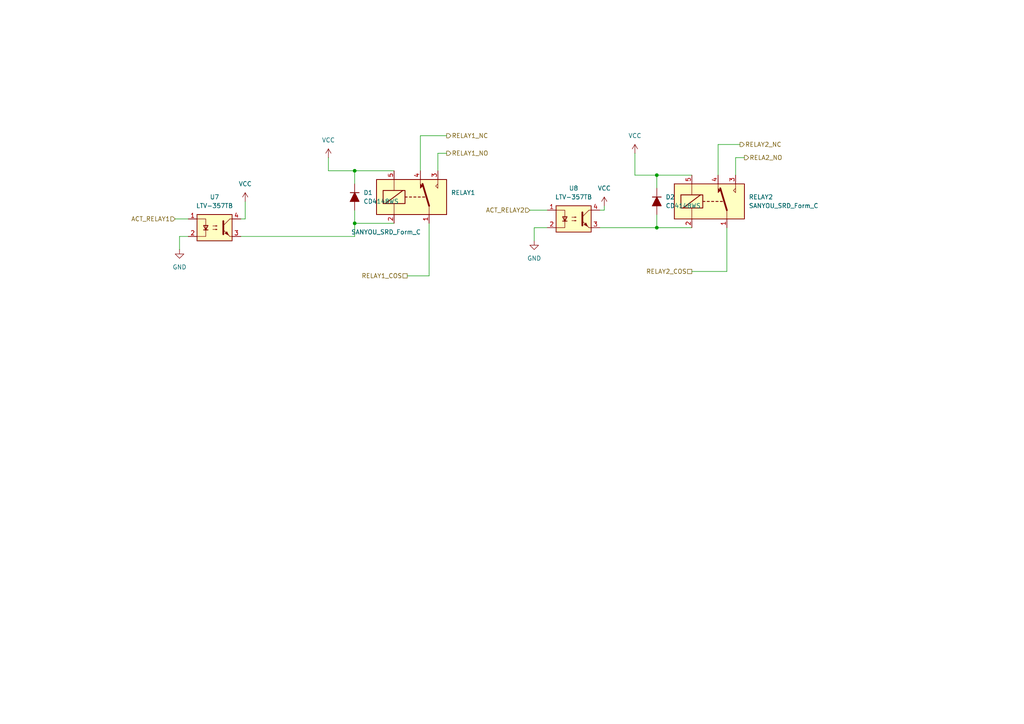
<source format=kicad_sch>
(kicad_sch
	(version 20250114)
	(generator "eeschema")
	(generator_version "9.0")
	(uuid "995e8493-98d8-4855-9553-8bef7e6a6ce8")
	(paper "A4")
	(lib_symbols
		(symbol "Isolator:LTV-357T"
			(pin_names
				(offset 1.016)
			)
			(exclude_from_sim no)
			(in_bom yes)
			(on_board yes)
			(property "Reference" "U"
				(at -5.334 4.826 0)
				(effects
					(font
						(size 1.27 1.27)
					)
					(justify left)
				)
			)
			(property "Value" "LTV-357T"
				(at 0 5.08 0)
				(effects
					(font
						(size 1.27 1.27)
					)
					(justify left)
				)
			)
			(property "Footprint" "Package_SO:SO-4_4.4x3.6mm_P2.54mm"
				(at -5.08 -5.08 0)
				(effects
					(font
						(size 1.27 1.27)
						(italic yes)
					)
					(justify left)
					(hide yes)
				)
			)
			(property "Datasheet" "https://www.buerklin.com/medias/sys_master/download/download/h91/ha0/8892020588574.pdf"
				(at 0 0 0)
				(effects
					(font
						(size 1.27 1.27)
					)
					(justify left)
					(hide yes)
				)
			)
			(property "Description" "DC Optocoupler, Vce 35V, CTR 50%, SO-4"
				(at 0 0 0)
				(effects
					(font
						(size 1.27 1.27)
					)
					(hide yes)
				)
			)
			(property "ki_keywords" "NPN DC Optocoupler"
				(at 0 0 0)
				(effects
					(font
						(size 1.27 1.27)
					)
					(hide yes)
				)
			)
			(property "ki_fp_filters" "SO*4.4x3.6mm*P2.54mm*"
				(at 0 0 0)
				(effects
					(font
						(size 1.27 1.27)
					)
					(hide yes)
				)
			)
			(symbol "LTV-357T_0_1"
				(rectangle
					(start -5.08 3.81)
					(end 5.08 -3.81)
					(stroke
						(width 0.254)
						(type default)
					)
					(fill
						(type background)
					)
				)
				(polyline
					(pts
						(xy -5.08 2.54) (xy -2.54 2.54) (xy -2.54 -0.762)
					)
					(stroke
						(width 0)
						(type default)
					)
					(fill
						(type none)
					)
				)
				(polyline
					(pts
						(xy -3.175 -0.635) (xy -1.905 -0.635)
					)
					(stroke
						(width 0.254)
						(type default)
					)
					(fill
						(type none)
					)
				)
				(polyline
					(pts
						(xy -2.54 -0.635) (xy -2.54 -2.54) (xy -5.08 -2.54)
					)
					(stroke
						(width 0)
						(type default)
					)
					(fill
						(type none)
					)
				)
				(polyline
					(pts
						(xy -2.54 -0.635) (xy -3.175 0.635) (xy -1.905 0.635) (xy -2.54 -0.635)
					)
					(stroke
						(width 0.254)
						(type default)
					)
					(fill
						(type none)
					)
				)
				(polyline
					(pts
						(xy -0.508 0.508) (xy 0.762 0.508) (xy 0.381 0.381) (xy 0.381 0.635) (xy 0.762 0.508)
					)
					(stroke
						(width 0)
						(type default)
					)
					(fill
						(type none)
					)
				)
				(polyline
					(pts
						(xy -0.508 -0.508) (xy 0.762 -0.508) (xy 0.381 -0.635) (xy 0.381 -0.381) (xy 0.762 -0.508)
					)
					(stroke
						(width 0)
						(type default)
					)
					(fill
						(type none)
					)
				)
				(polyline
					(pts
						(xy 2.54 1.905) (xy 2.54 -1.905) (xy 2.54 -1.905)
					)
					(stroke
						(width 0.508)
						(type default)
					)
					(fill
						(type none)
					)
				)
				(polyline
					(pts
						(xy 2.54 0.635) (xy 4.445 2.54)
					)
					(stroke
						(width 0)
						(type default)
					)
					(fill
						(type none)
					)
				)
				(polyline
					(pts
						(xy 3.048 -1.651) (xy 3.556 -1.143) (xy 4.064 -2.159) (xy 3.048 -1.651) (xy 3.048 -1.651)
					)
					(stroke
						(width 0)
						(type default)
					)
					(fill
						(type outline)
					)
				)
				(polyline
					(pts
						(xy 4.445 2.54) (xy 5.08 2.54)
					)
					(stroke
						(width 0)
						(type default)
					)
					(fill
						(type none)
					)
				)
				(polyline
					(pts
						(xy 4.445 -2.54) (xy 2.54 -0.635)
					)
					(stroke
						(width 0)
						(type default)
					)
					(fill
						(type outline)
					)
				)
				(polyline
					(pts
						(xy 4.445 -2.54) (xy 5.08 -2.54)
					)
					(stroke
						(width 0)
						(type default)
					)
					(fill
						(type none)
					)
				)
			)
			(symbol "LTV-357T_1_1"
				(pin passive line
					(at -7.62 2.54 0)
					(length 2.54)
					(name "~"
						(effects
							(font
								(size 1.27 1.27)
							)
						)
					)
					(number "1"
						(effects
							(font
								(size 1.27 1.27)
							)
						)
					)
				)
				(pin passive line
					(at -7.62 -2.54 0)
					(length 2.54)
					(name "~"
						(effects
							(font
								(size 1.27 1.27)
							)
						)
					)
					(number "2"
						(effects
							(font
								(size 1.27 1.27)
							)
						)
					)
				)
				(pin passive line
					(at 7.62 2.54 180)
					(length 2.54)
					(name "~"
						(effects
							(font
								(size 1.27 1.27)
							)
						)
					)
					(number "4"
						(effects
							(font
								(size 1.27 1.27)
							)
						)
					)
				)
				(pin passive line
					(at 7.62 -2.54 180)
					(length 2.54)
					(name "~"
						(effects
							(font
								(size 1.27 1.27)
							)
						)
					)
					(number "3"
						(effects
							(font
								(size 1.27 1.27)
							)
						)
					)
				)
			)
			(embedded_fonts no)
		)
		(symbol "PCM_Diode_AKL:CD4148WS"
			(pin_numbers
				(hide yes)
			)
			(pin_names
				(offset 1.016)
				(hide yes)
			)
			(exclude_from_sim no)
			(in_bom yes)
			(on_board yes)
			(property "Reference" "D"
				(at 0 5.08 0)
				(effects
					(font
						(size 1.27 1.27)
					)
				)
			)
			(property "Value" "CD4148WS"
				(at 0 2.54 0)
				(effects
					(font
						(size 1.27 1.27)
					)
				)
			)
			(property "Footprint" "PCM_Diode_SMD_AKL:D_0805_2012Metric"
				(at 0 0 0)
				(effects
					(font
						(size 1.27 1.27)
					)
					(hide yes)
				)
			)
			(property "Datasheet" "https://datasheet.octopart.com/CD4148WS%280805C%29-Diodes-Inc.-datasheet-23752567.pdf"
				(at 0 0 0)
				(effects
					(font
						(size 1.27 1.27)
					)
					(hide yes)
				)
			)
			(property "Description" "0805 Diode, Small Signal, Fast Switching, 75V, 150mA, 4ns, Alternate KiCad Library"
				(at 0 0 0)
				(effects
					(font
						(size 1.27 1.27)
					)
					(hide yes)
				)
			)
			(property "ki_keywords" "diode CD4148WS 4148 0805"
				(at 0 0 0)
				(effects
					(font
						(size 1.27 1.27)
					)
					(hide yes)
				)
			)
			(property "ki_fp_filters" "TO-???* *_Diode_* *SingleDiode* D_*"
				(at 0 0 0)
				(effects
					(font
						(size 1.27 1.27)
					)
					(hide yes)
				)
			)
			(symbol "CD4148WS_0_1"
				(polyline
					(pts
						(xy -1.27 1.27) (xy -1.27 -1.27) (xy 1.27 0) (xy -1.27 1.27)
					)
					(stroke
						(width 0.254)
						(type default)
					)
					(fill
						(type outline)
					)
				)
				(polyline
					(pts
						(xy -1.27 0) (xy 1.27 0)
					)
					(stroke
						(width 0)
						(type default)
					)
					(fill
						(type none)
					)
				)
				(polyline
					(pts
						(xy 1.27 1.27) (xy 1.27 -1.27)
					)
					(stroke
						(width 0.254)
						(type default)
					)
					(fill
						(type none)
					)
				)
			)
			(symbol "CD4148WS_0_2"
				(polyline
					(pts
						(xy -2.54 -2.54) (xy 2.54 2.54)
					)
					(stroke
						(width 0)
						(type default)
					)
					(fill
						(type none)
					)
				)
				(polyline
					(pts
						(xy -0.889 -0.889) (xy -1.778 0) (xy 0.889 0.889) (xy 0 -1.778) (xy -0.889 -0.889)
					)
					(stroke
						(width 0.254)
						(type default)
					)
					(fill
						(type outline)
					)
				)
				(polyline
					(pts
						(xy 0 1.778) (xy 1.778 0)
					)
					(stroke
						(width 0.254)
						(type default)
					)
					(fill
						(type none)
					)
				)
			)
			(symbol "CD4148WS_1_1"
				(pin passive line
					(at -3.81 0 0)
					(length 2.54)
					(name "A"
						(effects
							(font
								(size 1.27 1.27)
							)
						)
					)
					(number "2"
						(effects
							(font
								(size 1.27 1.27)
							)
						)
					)
				)
				(pin passive line
					(at 3.81 0 180)
					(length 2.54)
					(name "K"
						(effects
							(font
								(size 1.27 1.27)
							)
						)
					)
					(number "1"
						(effects
							(font
								(size 1.27 1.27)
							)
						)
					)
				)
			)
			(symbol "CD4148WS_1_2"
				(pin passive line
					(at -2.54 -2.54 0)
					(length 0)
					(name "A"
						(effects
							(font
								(size 1.27 1.27)
							)
						)
					)
					(number "2"
						(effects
							(font
								(size 1.27 1.27)
							)
						)
					)
				)
				(pin passive line
					(at 2.54 2.54 180)
					(length 0)
					(name "K"
						(effects
							(font
								(size 1.27 1.27)
							)
						)
					)
					(number "1"
						(effects
							(font
								(size 1.27 1.27)
							)
						)
					)
				)
			)
			(embedded_fonts no)
		)
		(symbol "Relay:SANYOU_SRD_Form_C"
			(exclude_from_sim no)
			(in_bom yes)
			(on_board yes)
			(property "Reference" "K"
				(at 11.43 3.81 0)
				(effects
					(font
						(size 1.27 1.27)
					)
					(justify left)
				)
			)
			(property "Value" "SANYOU_SRD_Form_C"
				(at 11.43 1.27 0)
				(effects
					(font
						(size 1.27 1.27)
					)
					(justify left)
				)
			)
			(property "Footprint" "Relay_THT:Relay_SPDT_SANYOU_SRD_Series_Form_C"
				(at 11.43 -1.27 0)
				(effects
					(font
						(size 1.27 1.27)
					)
					(justify left)
					(hide yes)
				)
			)
			(property "Datasheet" "http://www.sanyourelay.ca/public/products/pdf/SRD.pdf"
				(at 0 0 0)
				(effects
					(font
						(size 1.27 1.27)
					)
					(hide yes)
				)
			)
			(property "Description" "Sanyo SRD relay, Single Pole Miniature Power Relay,"
				(at 0 0 0)
				(effects
					(font
						(size 1.27 1.27)
					)
					(hide yes)
				)
			)
			(property "ki_keywords" "Single Pole Relay SPDT"
				(at 0 0 0)
				(effects
					(font
						(size 1.27 1.27)
					)
					(hide yes)
				)
			)
			(property "ki_fp_filters" "Relay*SPDT*SANYOU*SRD*Series*Form*C*"
				(at 0 0 0)
				(effects
					(font
						(size 1.27 1.27)
					)
					(hide yes)
				)
			)
			(symbol "SANYOU_SRD_Form_C_0_0"
				(polyline
					(pts
						(xy 7.62 5.08) (xy 7.62 2.54) (xy 6.985 3.175) (xy 7.62 3.81)
					)
					(stroke
						(width 0)
						(type default)
					)
					(fill
						(type none)
					)
				)
			)
			(symbol "SANYOU_SRD_Form_C_0_1"
				(rectangle
					(start -10.16 5.08)
					(end 10.16 -5.08)
					(stroke
						(width 0.254)
						(type default)
					)
					(fill
						(type background)
					)
				)
				(rectangle
					(start -8.255 1.905)
					(end -1.905 -1.905)
					(stroke
						(width 0.254)
						(type default)
					)
					(fill
						(type none)
					)
				)
				(polyline
					(pts
						(xy -7.62 -1.905) (xy -2.54 1.905)
					)
					(stroke
						(width 0.254)
						(type default)
					)
					(fill
						(type none)
					)
				)
				(polyline
					(pts
						(xy -5.08 5.08) (xy -5.08 1.905)
					)
					(stroke
						(width 0)
						(type default)
					)
					(fill
						(type none)
					)
				)
				(polyline
					(pts
						(xy -5.08 -5.08) (xy -5.08 -1.905)
					)
					(stroke
						(width 0)
						(type default)
					)
					(fill
						(type none)
					)
				)
				(polyline
					(pts
						(xy -1.905 0) (xy -1.27 0)
					)
					(stroke
						(width 0.254)
						(type default)
					)
					(fill
						(type none)
					)
				)
				(polyline
					(pts
						(xy -0.635 0) (xy 0 0)
					)
					(stroke
						(width 0.254)
						(type default)
					)
					(fill
						(type none)
					)
				)
				(polyline
					(pts
						(xy 0.635 0) (xy 1.27 0)
					)
					(stroke
						(width 0.254)
						(type default)
					)
					(fill
						(type none)
					)
				)
				(polyline
					(pts
						(xy 1.905 0) (xy 2.54 0)
					)
					(stroke
						(width 0.254)
						(type default)
					)
					(fill
						(type none)
					)
				)
				(polyline
					(pts
						(xy 3.175 0) (xy 3.81 0)
					)
					(stroke
						(width 0.254)
						(type default)
					)
					(fill
						(type none)
					)
				)
				(polyline
					(pts
						(xy 5.08 -2.54) (xy 3.175 3.81)
					)
					(stroke
						(width 0.508)
						(type default)
					)
					(fill
						(type none)
					)
				)
				(polyline
					(pts
						(xy 5.08 -2.54) (xy 5.08 -5.08)
					)
					(stroke
						(width 0)
						(type default)
					)
					(fill
						(type none)
					)
				)
			)
			(symbol "SANYOU_SRD_Form_C_1_1"
				(polyline
					(pts
						(xy 2.54 3.81) (xy 3.175 3.175) (xy 2.54 2.54) (xy 2.54 5.08)
					)
					(stroke
						(width 0)
						(type default)
					)
					(fill
						(type outline)
					)
				)
				(pin passive line
					(at -5.08 7.62 270)
					(length 2.54)
					(name "~"
						(effects
							(font
								(size 1.27 1.27)
							)
						)
					)
					(number "5"
						(effects
							(font
								(size 1.27 1.27)
							)
						)
					)
				)
				(pin passive line
					(at -5.08 -7.62 90)
					(length 2.54)
					(name "~"
						(effects
							(font
								(size 1.27 1.27)
							)
						)
					)
					(number "2"
						(effects
							(font
								(size 1.27 1.27)
							)
						)
					)
				)
				(pin passive line
					(at 2.54 7.62 270)
					(length 2.54)
					(name "~"
						(effects
							(font
								(size 1.27 1.27)
							)
						)
					)
					(number "4"
						(effects
							(font
								(size 1.27 1.27)
							)
						)
					)
				)
				(pin passive line
					(at 5.08 -7.62 90)
					(length 2.54)
					(name "~"
						(effects
							(font
								(size 1.27 1.27)
							)
						)
					)
					(number "1"
						(effects
							(font
								(size 1.27 1.27)
							)
						)
					)
				)
				(pin passive line
					(at 7.62 7.62 270)
					(length 2.54)
					(name "~"
						(effects
							(font
								(size 1.27 1.27)
							)
						)
					)
					(number "3"
						(effects
							(font
								(size 1.27 1.27)
							)
						)
					)
				)
			)
			(embedded_fonts no)
		)
		(symbol "power:GND"
			(power)
			(pin_numbers
				(hide yes)
			)
			(pin_names
				(offset 0)
				(hide yes)
			)
			(exclude_from_sim no)
			(in_bom yes)
			(on_board yes)
			(property "Reference" "#PWR"
				(at 0 -6.35 0)
				(effects
					(font
						(size 1.27 1.27)
					)
					(hide yes)
				)
			)
			(property "Value" "GND"
				(at 0 -3.81 0)
				(effects
					(font
						(size 1.27 1.27)
					)
				)
			)
			(property "Footprint" ""
				(at 0 0 0)
				(effects
					(font
						(size 1.27 1.27)
					)
					(hide yes)
				)
			)
			(property "Datasheet" ""
				(at 0 0 0)
				(effects
					(font
						(size 1.27 1.27)
					)
					(hide yes)
				)
			)
			(property "Description" "Power symbol creates a global label with name \"GND\" , ground"
				(at 0 0 0)
				(effects
					(font
						(size 1.27 1.27)
					)
					(hide yes)
				)
			)
			(property "ki_keywords" "global power"
				(at 0 0 0)
				(effects
					(font
						(size 1.27 1.27)
					)
					(hide yes)
				)
			)
			(symbol "GND_0_1"
				(polyline
					(pts
						(xy 0 0) (xy 0 -1.27) (xy 1.27 -1.27) (xy 0 -2.54) (xy -1.27 -1.27) (xy 0 -1.27)
					)
					(stroke
						(width 0)
						(type default)
					)
					(fill
						(type none)
					)
				)
			)
			(symbol "GND_1_1"
				(pin power_in line
					(at 0 0 270)
					(length 0)
					(name "~"
						(effects
							(font
								(size 1.27 1.27)
							)
						)
					)
					(number "1"
						(effects
							(font
								(size 1.27 1.27)
							)
						)
					)
				)
			)
			(embedded_fonts no)
		)
		(symbol "power:VCC"
			(power)
			(pin_numbers
				(hide yes)
			)
			(pin_names
				(offset 0)
				(hide yes)
			)
			(exclude_from_sim no)
			(in_bom yes)
			(on_board yes)
			(property "Reference" "#PWR"
				(at 0 -3.81 0)
				(effects
					(font
						(size 1.27 1.27)
					)
					(hide yes)
				)
			)
			(property "Value" "VCC"
				(at 0 3.556 0)
				(effects
					(font
						(size 1.27 1.27)
					)
				)
			)
			(property "Footprint" ""
				(at 0 0 0)
				(effects
					(font
						(size 1.27 1.27)
					)
					(hide yes)
				)
			)
			(property "Datasheet" ""
				(at 0 0 0)
				(effects
					(font
						(size 1.27 1.27)
					)
					(hide yes)
				)
			)
			(property "Description" "Power symbol creates a global label with name \"VCC\""
				(at 0 0 0)
				(effects
					(font
						(size 1.27 1.27)
					)
					(hide yes)
				)
			)
			(property "ki_keywords" "global power"
				(at 0 0 0)
				(effects
					(font
						(size 1.27 1.27)
					)
					(hide yes)
				)
			)
			(symbol "VCC_0_1"
				(polyline
					(pts
						(xy -0.762 1.27) (xy 0 2.54)
					)
					(stroke
						(width 0)
						(type default)
					)
					(fill
						(type none)
					)
				)
				(polyline
					(pts
						(xy 0 2.54) (xy 0.762 1.27)
					)
					(stroke
						(width 0)
						(type default)
					)
					(fill
						(type none)
					)
				)
				(polyline
					(pts
						(xy 0 0) (xy 0 2.54)
					)
					(stroke
						(width 0)
						(type default)
					)
					(fill
						(type none)
					)
				)
			)
			(symbol "VCC_1_1"
				(pin power_in line
					(at 0 0 90)
					(length 0)
					(name "~"
						(effects
							(font
								(size 1.27 1.27)
							)
						)
					)
					(number "1"
						(effects
							(font
								(size 1.27 1.27)
							)
						)
					)
				)
			)
			(embedded_fonts no)
		)
	)
	(junction
		(at 102.87 49.53)
		(diameter 0)
		(color 0 0 0 0)
		(uuid "1d8f31a0-7fa7-499a-8e65-eab978521981")
	)
	(junction
		(at 190.5 66.04)
		(diameter 0)
		(color 0 0 0 0)
		(uuid "775fcb1f-6077-4631-a137-82f99113d7bd")
	)
	(junction
		(at 190.5 50.8)
		(diameter 0)
		(color 0 0 0 0)
		(uuid "965a1914-5e98-4b6e-aea3-4f919af24a8d")
	)
	(junction
		(at 102.87 64.77)
		(diameter 0)
		(color 0 0 0 0)
		(uuid "bb29a3d0-cc87-4d5a-b7ee-9971624d34f4")
	)
	(wire
		(pts
			(xy 52.07 72.39) (xy 52.07 68.58)
		)
		(stroke
			(width 0)
			(type default)
		)
		(uuid "09e9c518-efdf-44f9-89f9-903fe3a1e2cd")
	)
	(wire
		(pts
			(xy 210.82 78.74) (xy 210.82 66.04)
		)
		(stroke
			(width 0)
			(type default)
		)
		(uuid "13911afd-5b6b-43e3-b392-9eed6138832f")
	)
	(wire
		(pts
			(xy 215.9 45.72) (xy 213.36 45.72)
		)
		(stroke
			(width 0)
			(type default)
		)
		(uuid "2b9d2d1e-7e52-46db-b936-900d082ebd97")
	)
	(wire
		(pts
			(xy 173.99 66.04) (xy 190.5 66.04)
		)
		(stroke
			(width 0)
			(type default)
		)
		(uuid "2ed1ddc4-c21f-49e2-b1f4-56352225614d")
	)
	(wire
		(pts
			(xy 175.26 59.69) (xy 175.26 60.96)
		)
		(stroke
			(width 0)
			(type default)
		)
		(uuid "2ee61551-556a-447e-9f32-ab84cdd6285d")
	)
	(wire
		(pts
			(xy 52.07 68.58) (xy 54.61 68.58)
		)
		(stroke
			(width 0)
			(type default)
		)
		(uuid "49d496fb-6c13-4580-832a-b3a5c0a70bc4")
	)
	(wire
		(pts
			(xy 175.26 60.96) (xy 173.99 60.96)
		)
		(stroke
			(width 0)
			(type default)
		)
		(uuid "4a59dd95-a642-4911-976c-933d9aa6d075")
	)
	(wire
		(pts
			(xy 69.85 68.58) (xy 102.87 68.58)
		)
		(stroke
			(width 0)
			(type default)
		)
		(uuid "529c7a3a-ae08-4d87-aec0-8fbab7cec906")
	)
	(wire
		(pts
			(xy 95.25 45.72) (xy 95.25 49.53)
		)
		(stroke
			(width 0)
			(type default)
		)
		(uuid "556734fa-5dc2-47bf-9b92-2deab6eb4964")
	)
	(wire
		(pts
			(xy 129.54 39.37) (xy 121.92 39.37)
		)
		(stroke
			(width 0)
			(type default)
		)
		(uuid "57d164c8-2c5c-42c0-b480-6edfc71ccc26")
	)
	(wire
		(pts
			(xy 71.12 63.5) (xy 69.85 63.5)
		)
		(stroke
			(width 0)
			(type default)
		)
		(uuid "58cdf415-5fea-4fe6-9d55-7a5b0a4c74f3")
	)
	(wire
		(pts
			(xy 200.66 78.74) (xy 210.82 78.74)
		)
		(stroke
			(width 0)
			(type default)
		)
		(uuid "5a0bd567-ad09-42c3-a126-c907dee54af8")
	)
	(wire
		(pts
			(xy 102.87 68.58) (xy 102.87 64.77)
		)
		(stroke
			(width 0)
			(type default)
		)
		(uuid "5e8291a0-5dc3-48bc-9ac8-43565c077e13")
	)
	(wire
		(pts
			(xy 102.87 53.34) (xy 102.87 49.53)
		)
		(stroke
			(width 0)
			(type default)
		)
		(uuid "5f51fa11-517c-408e-87cf-1a32c63e4564")
	)
	(wire
		(pts
			(xy 129.54 44.45) (xy 127 44.45)
		)
		(stroke
			(width 0)
			(type default)
		)
		(uuid "623f6ad5-17b5-4e07-964f-c0bb017bddab")
	)
	(wire
		(pts
			(xy 190.5 54.61) (xy 190.5 50.8)
		)
		(stroke
			(width 0)
			(type default)
		)
		(uuid "651dc019-fdc3-464e-8842-bded04e46e9c")
	)
	(wire
		(pts
			(xy 50.8 63.5) (xy 54.61 63.5)
		)
		(stroke
			(width 0)
			(type default)
		)
		(uuid "6ddcaf45-2bf6-4357-b711-18ead9932b02")
	)
	(wire
		(pts
			(xy 184.15 50.8) (xy 190.5 50.8)
		)
		(stroke
			(width 0)
			(type default)
		)
		(uuid "7102458c-49f7-4785-9327-0f28ba18595d")
	)
	(wire
		(pts
			(xy 102.87 60.96) (xy 102.87 64.77)
		)
		(stroke
			(width 0)
			(type default)
		)
		(uuid "7958eed5-9588-41a7-b3b9-466acbfc60ff")
	)
	(wire
		(pts
			(xy 127 44.45) (xy 127 49.53)
		)
		(stroke
			(width 0)
			(type default)
		)
		(uuid "7def95cd-ac6c-4f8b-bc81-bad588501582")
	)
	(wire
		(pts
			(xy 71.12 58.42) (xy 71.12 63.5)
		)
		(stroke
			(width 0)
			(type default)
		)
		(uuid "7e88ae66-5845-4880-ac40-9575c8052f3a")
	)
	(wire
		(pts
			(xy 118.11 80.01) (xy 124.46 80.01)
		)
		(stroke
			(width 0)
			(type default)
		)
		(uuid "8fecafa8-be76-468a-b971-49ceee5aa485")
	)
	(wire
		(pts
			(xy 154.94 66.04) (xy 158.75 66.04)
		)
		(stroke
			(width 0)
			(type default)
		)
		(uuid "92748290-31d8-47ee-9283-e8607a22faef")
	)
	(wire
		(pts
			(xy 214.63 41.91) (xy 208.28 41.91)
		)
		(stroke
			(width 0)
			(type default)
		)
		(uuid "9caca95e-0960-4a59-814f-a5f3f69fdebb")
	)
	(wire
		(pts
			(xy 190.5 62.23) (xy 190.5 66.04)
		)
		(stroke
			(width 0)
			(type default)
		)
		(uuid "a52b925e-4baa-42d3-8992-636c3459ed34")
	)
	(wire
		(pts
			(xy 184.15 44.45) (xy 184.15 50.8)
		)
		(stroke
			(width 0)
			(type default)
		)
		(uuid "ae4c8c8b-fef3-4f9e-98f1-1f3e4eb9b0cb")
	)
	(wire
		(pts
			(xy 213.36 45.72) (xy 213.36 50.8)
		)
		(stroke
			(width 0)
			(type default)
		)
		(uuid "b0cde950-cbe4-4f70-b149-8052bb7f979a")
	)
	(wire
		(pts
			(xy 102.87 49.53) (xy 114.3 49.53)
		)
		(stroke
			(width 0)
			(type default)
		)
		(uuid "b1d046c2-5168-42e3-9bb6-d643aa573fe7")
	)
	(wire
		(pts
			(xy 208.28 41.91) (xy 208.28 50.8)
		)
		(stroke
			(width 0)
			(type default)
		)
		(uuid "b3c3f5b7-1efa-4826-9c82-5a02d8d01008")
	)
	(wire
		(pts
			(xy 154.94 69.85) (xy 154.94 66.04)
		)
		(stroke
			(width 0)
			(type default)
		)
		(uuid "b770e0d6-23d9-41a1-a7ab-b781731f0925")
	)
	(wire
		(pts
			(xy 121.92 39.37) (xy 121.92 49.53)
		)
		(stroke
			(width 0)
			(type default)
		)
		(uuid "c0bede38-ca15-4932-99bc-f921381e6fcf")
	)
	(wire
		(pts
			(xy 95.25 49.53) (xy 102.87 49.53)
		)
		(stroke
			(width 0)
			(type default)
		)
		(uuid "dccfd1ef-13f3-499c-a6e6-b4715f1bcae2")
	)
	(wire
		(pts
			(xy 124.46 80.01) (xy 124.46 64.77)
		)
		(stroke
			(width 0)
			(type default)
		)
		(uuid "e631b4bb-77cf-4443-9b3f-16c1d8353007")
	)
	(wire
		(pts
			(xy 190.5 66.04) (xy 200.66 66.04)
		)
		(stroke
			(width 0)
			(type default)
		)
		(uuid "ee4353c5-7103-405d-b1af-80a04e134cee")
	)
	(wire
		(pts
			(xy 114.3 64.77) (xy 102.87 64.77)
		)
		(stroke
			(width 0)
			(type default)
		)
		(uuid "f2763bf7-6d8f-4b53-b7e7-01453f751c4f")
	)
	(wire
		(pts
			(xy 190.5 50.8) (xy 200.66 50.8)
		)
		(stroke
			(width 0)
			(type default)
		)
		(uuid "f5df0bcf-e1bd-45ca-8389-71b0c2382b6f")
	)
	(wire
		(pts
			(xy 153.67 60.96) (xy 158.75 60.96)
		)
		(stroke
			(width 0)
			(type default)
		)
		(uuid "fa963704-da54-4a5c-b1d0-5d12feb078c6")
	)
	(hierarchical_label "RELAY2_COS"
		(shape passive)
		(at 200.66 78.74 180)
		(effects
			(font
				(size 1.27 1.27)
			)
			(justify right)
		)
		(uuid "2b925251-9b5f-4a88-bc4a-3f6d496fe207")
	)
	(hierarchical_label "ACT_RELAY2"
		(shape input)
		(at 153.67 60.96 180)
		(effects
			(font
				(size 1.27 1.27)
			)
			(justify right)
		)
		(uuid "5bdb9a35-fc10-4a59-8055-ec82b53a3f7f")
	)
	(hierarchical_label "RELAY2_NC"
		(shape output)
		(at 214.63 41.91 0)
		(effects
			(font
				(size 1.27 1.27)
			)
			(justify left)
		)
		(uuid "7c92c92c-efbc-4966-a992-b1038e772a20")
	)
	(hierarchical_label "RELA2_NO"
		(shape output)
		(at 215.9 45.72 0)
		(effects
			(font
				(size 1.27 1.27)
			)
			(justify left)
		)
		(uuid "84eb5f22-b942-466c-8528-abc96c445e06")
	)
	(hierarchical_label "RELAY1_COS"
		(shape passive)
		(at 118.11 80.01 180)
		(effects
			(font
				(size 1.27 1.27)
			)
			(justify right)
		)
		(uuid "9c71c8fc-31e4-4c68-b0f7-77bd00ef0b2a")
	)
	(hierarchical_label "ACT_RELAY1"
		(shape input)
		(at 50.8 63.5 180)
		(effects
			(font
				(size 1.27 1.27)
			)
			(justify right)
		)
		(uuid "a55da073-2cd5-4de6-9531-a486dd08d62a")
	)
	(hierarchical_label "RELAY1_NO"
		(shape output)
		(at 129.54 44.45 0)
		(effects
			(font
				(size 1.27 1.27)
			)
			(justify left)
		)
		(uuid "c7000043-3b3f-4a57-811c-da09778f2ace")
	)
	(hierarchical_label "RELAY1_NC"
		(shape output)
		(at 129.54 39.37 0)
		(effects
			(font
				(size 1.27 1.27)
			)
			(justify left)
		)
		(uuid "ed9b05af-ebfc-4e33-ac85-e1ad0ce84970")
	)
	(symbol
		(lib_id "PCM_Diode_AKL:CD4148WS")
		(at 190.5 58.42 90)
		(unit 1)
		(exclude_from_sim no)
		(in_bom yes)
		(on_board yes)
		(dnp no)
		(fields_autoplaced yes)
		(uuid "067b15e3-69f2-4e5c-a256-264d5edd3813")
		(property "Reference" "D2"
			(at 193.04 57.1499 90)
			(effects
				(font
					(size 1.27 1.27)
				)
				(justify right)
			)
		)
		(property "Value" "CD4148WS"
			(at 193.04 59.6899 90)
			(effects
				(font
					(size 1.27 1.27)
				)
				(justify right)
			)
		)
		(property "Footprint" "PCM_Diode_SMD_AKL:D_0805_2012Metric"
			(at 190.5 58.42 0)
			(effects
				(font
					(size 1.27 1.27)
				)
				(hide yes)
			)
		)
		(property "Datasheet" "https://datasheet.octopart.com/CD4148WS%280805C%29-Diodes-Inc.-datasheet-23752567.pdf"
			(at 190.5 58.42 0)
			(effects
				(font
					(size 1.27 1.27)
				)
				(hide yes)
			)
		)
		(property "Description" "0805 Diode, Small Signal, Fast Switching, 75V, 150mA, 4ns, Alternate KiCad Library"
			(at 190.5 58.42 0)
			(effects
				(font
					(size 1.27 1.27)
				)
				(hide yes)
			)
		)
		(pin "1"
			(uuid "fa7b5e89-0ccb-4beb-aa2d-d71c1c41b889")
		)
		(pin "2"
			(uuid "fecaf370-32ba-4309-be9f-87a82834de8b")
		)
		(instances
			(project "PCB2"
				(path "/65bd0161-ef9e-46bf-8f53-5e79265dec38/b9169cbc-15eb-4442-a6f5-930282d069c3/08393f31-76a7-4179-bfa5-08bb6c680369"
					(reference "D2")
					(unit 1)
				)
			)
		)
	)
	(symbol
		(lib_id "Isolator:LTV-357T")
		(at 62.23 66.04 0)
		(unit 1)
		(exclude_from_sim no)
		(in_bom yes)
		(on_board yes)
		(dnp no)
		(fields_autoplaced yes)
		(uuid "437fb621-8786-4c2a-8cd7-8aafdfdd2371")
		(property "Reference" "U7"
			(at 62.23 57.15 0)
			(effects
				(font
					(size 1.27 1.27)
				)
			)
		)
		(property "Value" "LTV-357TB"
			(at 62.23 59.69 0)
			(effects
				(font
					(size 1.27 1.27)
				)
			)
		)
		(property "Footprint" "Package_SO:SO-4_4.4x3.6mm_P2.54mm"
			(at 57.15 71.12 0)
			(effects
				(font
					(size 1.27 1.27)
					(italic yes)
				)
				(justify left)
				(hide yes)
			)
		)
		(property "Datasheet" "https://www.buerklin.com/medias/sys_master/download/download/h91/ha0/8892020588574.pdf"
			(at 62.23 66.04 0)
			(effects
				(font
					(size 1.27 1.27)
				)
				(justify left)
				(hide yes)
			)
		)
		(property "Description" "DC Optocoupler, Vce 35V, CTR 50%, SO-4"
			(at 62.23 66.04 0)
			(effects
				(font
					(size 1.27 1.27)
				)
				(hide yes)
			)
		)
		(pin "3"
			(uuid "6e750348-2193-4861-8b6c-a6e587b11261")
		)
		(pin "1"
			(uuid "ef02437b-7490-4a00-bf92-e5370d923d5d")
		)
		(pin "2"
			(uuid "41962fb6-f41b-4060-a016-cef3c0be558f")
		)
		(pin "4"
			(uuid "f724740b-03ee-426d-b971-349ac63cd7cd")
		)
		(instances
			(project "PCB2"
				(path "/65bd0161-ef9e-46bf-8f53-5e79265dec38/b9169cbc-15eb-4442-a6f5-930282d069c3/08393f31-76a7-4179-bfa5-08bb6c680369"
					(reference "U7")
					(unit 1)
				)
			)
		)
	)
	(symbol
		(lib_id "power:VCC")
		(at 184.15 44.45 0)
		(unit 1)
		(exclude_from_sim no)
		(in_bom yes)
		(on_board yes)
		(dnp no)
		(fields_autoplaced yes)
		(uuid "49bc3561-e66c-4fd4-93b1-d740a59dda08")
		(property "Reference" "#PWR025"
			(at 184.15 48.26 0)
			(effects
				(font
					(size 1.27 1.27)
				)
				(hide yes)
			)
		)
		(property "Value" "VCC"
			(at 184.15 39.37 0)
			(effects
				(font
					(size 1.27 1.27)
				)
			)
		)
		(property "Footprint" ""
			(at 184.15 44.45 0)
			(effects
				(font
					(size 1.27 1.27)
				)
				(hide yes)
			)
		)
		(property "Datasheet" ""
			(at 184.15 44.45 0)
			(effects
				(font
					(size 1.27 1.27)
				)
				(hide yes)
			)
		)
		(property "Description" "Power symbol creates a global label with name \"VCC\""
			(at 184.15 44.45 0)
			(effects
				(font
					(size 1.27 1.27)
				)
				(hide yes)
			)
		)
		(pin "1"
			(uuid "4b196ccf-eb5c-46c6-870b-904c2cba71c6")
		)
		(instances
			(project "PCB2"
				(path "/65bd0161-ef9e-46bf-8f53-5e79265dec38/b9169cbc-15eb-4442-a6f5-930282d069c3/08393f31-76a7-4179-bfa5-08bb6c680369"
					(reference "#PWR025")
					(unit 1)
				)
			)
		)
	)
	(symbol
		(lib_id "power:VCC")
		(at 95.25 45.72 0)
		(unit 1)
		(exclude_from_sim no)
		(in_bom yes)
		(on_board yes)
		(dnp no)
		(fields_autoplaced yes)
		(uuid "65b1dd08-2d8b-4c6a-9eb0-0209cb82fa89")
		(property "Reference" "#PWR015"
			(at 95.25 49.53 0)
			(effects
				(font
					(size 1.27 1.27)
				)
				(hide yes)
			)
		)
		(property "Value" "VCC"
			(at 95.25 40.64 0)
			(effects
				(font
					(size 1.27 1.27)
				)
			)
		)
		(property "Footprint" ""
			(at 95.25 45.72 0)
			(effects
				(font
					(size 1.27 1.27)
				)
				(hide yes)
			)
		)
		(property "Datasheet" ""
			(at 95.25 45.72 0)
			(effects
				(font
					(size 1.27 1.27)
				)
				(hide yes)
			)
		)
		(property "Description" "Power symbol creates a global label with name \"VCC\""
			(at 95.25 45.72 0)
			(effects
				(font
					(size 1.27 1.27)
				)
				(hide yes)
			)
		)
		(pin "1"
			(uuid "d808273f-7bb6-4e2d-a826-77119257def8")
		)
		(instances
			(project ""
				(path "/65bd0161-ef9e-46bf-8f53-5e79265dec38/b9169cbc-15eb-4442-a6f5-930282d069c3/08393f31-76a7-4179-bfa5-08bb6c680369"
					(reference "#PWR015")
					(unit 1)
				)
			)
		)
	)
	(symbol
		(lib_id "power:GND")
		(at 52.07 72.39 0)
		(unit 1)
		(exclude_from_sim no)
		(in_bom yes)
		(on_board yes)
		(dnp no)
		(fields_autoplaced yes)
		(uuid "7a77ea3e-e8fe-4158-9c7b-16e29c417b2b")
		(property "Reference" "#PWR028"
			(at 52.07 78.74 0)
			(effects
				(font
					(size 1.27 1.27)
				)
				(hide yes)
			)
		)
		(property "Value" "GND"
			(at 52.07 77.47 0)
			(effects
				(font
					(size 1.27 1.27)
				)
			)
		)
		(property "Footprint" ""
			(at 52.07 72.39 0)
			(effects
				(font
					(size 1.27 1.27)
				)
				(hide yes)
			)
		)
		(property "Datasheet" ""
			(at 52.07 72.39 0)
			(effects
				(font
					(size 1.27 1.27)
				)
				(hide yes)
			)
		)
		(property "Description" "Power symbol creates a global label with name \"GND\" , ground"
			(at 52.07 72.39 0)
			(effects
				(font
					(size 1.27 1.27)
				)
				(hide yes)
			)
		)
		(pin "1"
			(uuid "2c2e6ed5-e01f-4fa1-9974-647ee391ae08")
		)
		(instances
			(project ""
				(path "/65bd0161-ef9e-46bf-8f53-5e79265dec38/b9169cbc-15eb-4442-a6f5-930282d069c3/08393f31-76a7-4179-bfa5-08bb6c680369"
					(reference "#PWR028")
					(unit 1)
				)
			)
		)
	)
	(symbol
		(lib_id "power:VCC")
		(at 175.26 59.69 0)
		(unit 1)
		(exclude_from_sim no)
		(in_bom yes)
		(on_board yes)
		(dnp no)
		(fields_autoplaced yes)
		(uuid "8158cd0b-7c27-4d95-a7aa-6aad37bd3327")
		(property "Reference" "#PWR027"
			(at 175.26 63.5 0)
			(effects
				(font
					(size 1.27 1.27)
				)
				(hide yes)
			)
		)
		(property "Value" "VCC"
			(at 175.26 54.61 0)
			(effects
				(font
					(size 1.27 1.27)
				)
			)
		)
		(property "Footprint" ""
			(at 175.26 59.69 0)
			(effects
				(font
					(size 1.27 1.27)
				)
				(hide yes)
			)
		)
		(property "Datasheet" ""
			(at 175.26 59.69 0)
			(effects
				(font
					(size 1.27 1.27)
				)
				(hide yes)
			)
		)
		(property "Description" "Power symbol creates a global label with name \"VCC\""
			(at 175.26 59.69 0)
			(effects
				(font
					(size 1.27 1.27)
				)
				(hide yes)
			)
		)
		(pin "1"
			(uuid "dc576739-cc2d-4685-acd7-21a97ee42588")
		)
		(instances
			(project "PCB2"
				(path "/65bd0161-ef9e-46bf-8f53-5e79265dec38/b9169cbc-15eb-4442-a6f5-930282d069c3/08393f31-76a7-4179-bfa5-08bb6c680369"
					(reference "#PWR027")
					(unit 1)
				)
			)
		)
	)
	(symbol
		(lib_id "Relay:SANYOU_SRD_Form_C")
		(at 119.38 57.15 0)
		(unit 1)
		(exclude_from_sim no)
		(in_bom yes)
		(on_board yes)
		(dnp no)
		(uuid "9bfedbbf-50a9-4902-8b3f-2e268ff916a0")
		(property "Reference" "RELAY1"
			(at 130.81 55.8799 0)
			(effects
				(font
					(size 1.27 1.27)
				)
				(justify left)
			)
		)
		(property "Value" "SANYOU_SRD_Form_C"
			(at 101.854 67.31 0)
			(effects
				(font
					(size 1.27 1.27)
				)
				(justify left)
			)
		)
		(property "Footprint" "Relay_THT:Relay_SPDT_SANYOU_SRD_Series_Form_C"
			(at 130.81 58.42 0)
			(effects
				(font
					(size 1.27 1.27)
				)
				(justify left)
				(hide yes)
			)
		)
		(property "Datasheet" "http://www.sanyourelay.ca/public/products/pdf/SRD.pdf"
			(at 119.38 57.15 0)
			(effects
				(font
					(size 1.27 1.27)
				)
				(hide yes)
			)
		)
		(property "Description" "Sanyo SRD relay, Single Pole Miniature Power Relay,"
			(at 119.38 57.15 0)
			(effects
				(font
					(size 1.27 1.27)
				)
				(hide yes)
			)
		)
		(pin "3"
			(uuid "85af0d33-264b-4363-8a68-764e977d0f6d")
		)
		(pin "1"
			(uuid "0866633a-9708-458c-8f00-0855b6ac95ce")
		)
		(pin "2"
			(uuid "fd757b82-e888-409a-927a-4e5615aa1130")
		)
		(pin "4"
			(uuid "18b96d9b-9268-43a5-8a97-f98e940349a6")
		)
		(pin "5"
			(uuid "8c5d06df-552d-46d6-8c62-cedfa09994bd")
		)
		(instances
			(project ""
				(path "/65bd0161-ef9e-46bf-8f53-5e79265dec38/b9169cbc-15eb-4442-a6f5-930282d069c3/08393f31-76a7-4179-bfa5-08bb6c680369"
					(reference "RELAY1")
					(unit 1)
				)
			)
		)
	)
	(symbol
		(lib_id "power:GND")
		(at 154.94 69.85 0)
		(unit 1)
		(exclude_from_sim no)
		(in_bom yes)
		(on_board yes)
		(dnp no)
		(fields_autoplaced yes)
		(uuid "b8a35a9c-9629-4362-b7a8-8b5a1e91928e")
		(property "Reference" "#PWR029"
			(at 154.94 76.2 0)
			(effects
				(font
					(size 1.27 1.27)
				)
				(hide yes)
			)
		)
		(property "Value" "GND"
			(at 154.94 74.93 0)
			(effects
				(font
					(size 1.27 1.27)
				)
			)
		)
		(property "Footprint" ""
			(at 154.94 69.85 0)
			(effects
				(font
					(size 1.27 1.27)
				)
				(hide yes)
			)
		)
		(property "Datasheet" ""
			(at 154.94 69.85 0)
			(effects
				(font
					(size 1.27 1.27)
				)
				(hide yes)
			)
		)
		(property "Description" "Power symbol creates a global label with name \"GND\" , ground"
			(at 154.94 69.85 0)
			(effects
				(font
					(size 1.27 1.27)
				)
				(hide yes)
			)
		)
		(pin "1"
			(uuid "10d392ff-ea6f-449c-bf58-32f703617ded")
		)
		(instances
			(project "PCB2"
				(path "/65bd0161-ef9e-46bf-8f53-5e79265dec38/b9169cbc-15eb-4442-a6f5-930282d069c3/08393f31-76a7-4179-bfa5-08bb6c680369"
					(reference "#PWR029")
					(unit 1)
				)
			)
		)
	)
	(symbol
		(lib_id "Relay:SANYOU_SRD_Form_C")
		(at 205.74 58.42 0)
		(unit 1)
		(exclude_from_sim no)
		(in_bom yes)
		(on_board yes)
		(dnp no)
		(fields_autoplaced yes)
		(uuid "c2cedf51-3b4b-4c98-9807-a40d245c61dc")
		(property "Reference" "RELAY2"
			(at 217.17 57.1499 0)
			(effects
				(font
					(size 1.27 1.27)
				)
				(justify left)
			)
		)
		(property "Value" "SANYOU_SRD_Form_C"
			(at 217.17 59.6899 0)
			(effects
				(font
					(size 1.27 1.27)
				)
				(justify left)
			)
		)
		(property "Footprint" "Relay_THT:Relay_SPDT_SANYOU_SRD_Series_Form_C"
			(at 217.17 59.69 0)
			(effects
				(font
					(size 1.27 1.27)
				)
				(justify left)
				(hide yes)
			)
		)
		(property "Datasheet" "http://www.sanyourelay.ca/public/products/pdf/SRD.pdf"
			(at 205.74 58.42 0)
			(effects
				(font
					(size 1.27 1.27)
				)
				(hide yes)
			)
		)
		(property "Description" "Sanyo SRD relay, Single Pole Miniature Power Relay,"
			(at 205.74 58.42 0)
			(effects
				(font
					(size 1.27 1.27)
				)
				(hide yes)
			)
		)
		(pin "3"
			(uuid "c417a196-593e-40ac-a0cc-019c12330256")
		)
		(pin "1"
			(uuid "5f231e44-ba95-488e-a138-ea89611b2795")
		)
		(pin "2"
			(uuid "a430c987-5353-4d6d-b654-9fadb755a8cb")
		)
		(pin "4"
			(uuid "8589a27f-bf4b-4a91-9076-3afb9268d08b")
		)
		(pin "5"
			(uuid "83f789e1-5253-415f-ba3b-93ff9b1ffb76")
		)
		(instances
			(project "PCB2"
				(path "/65bd0161-ef9e-46bf-8f53-5e79265dec38/b9169cbc-15eb-4442-a6f5-930282d069c3/08393f31-76a7-4179-bfa5-08bb6c680369"
					(reference "RELAY2")
					(unit 1)
				)
			)
		)
	)
	(symbol
		(lib_id "power:VCC")
		(at 71.12 58.42 0)
		(unit 1)
		(exclude_from_sim no)
		(in_bom yes)
		(on_board yes)
		(dnp no)
		(fields_autoplaced yes)
		(uuid "d3d84e2a-2925-44af-b07b-b847988f91ca")
		(property "Reference" "#PWR026"
			(at 71.12 62.23 0)
			(effects
				(font
					(size 1.27 1.27)
				)
				(hide yes)
			)
		)
		(property "Value" "VCC"
			(at 71.12 53.34 0)
			(effects
				(font
					(size 1.27 1.27)
				)
			)
		)
		(property "Footprint" ""
			(at 71.12 58.42 0)
			(effects
				(font
					(size 1.27 1.27)
				)
				(hide yes)
			)
		)
		(property "Datasheet" ""
			(at 71.12 58.42 0)
			(effects
				(font
					(size 1.27 1.27)
				)
				(hide yes)
			)
		)
		(property "Description" "Power symbol creates a global label with name \"VCC\""
			(at 71.12 58.42 0)
			(effects
				(font
					(size 1.27 1.27)
				)
				(hide yes)
			)
		)
		(pin "1"
			(uuid "7082a8bc-5ec0-4a4b-828a-7aceb6af582f")
		)
		(instances
			(project "PCB2"
				(path "/65bd0161-ef9e-46bf-8f53-5e79265dec38/b9169cbc-15eb-4442-a6f5-930282d069c3/08393f31-76a7-4179-bfa5-08bb6c680369"
					(reference "#PWR026")
					(unit 1)
				)
			)
		)
	)
	(symbol
		(lib_id "Isolator:LTV-357T")
		(at 166.37 63.5 0)
		(unit 1)
		(exclude_from_sim no)
		(in_bom yes)
		(on_board yes)
		(dnp no)
		(fields_autoplaced yes)
		(uuid "d614fb08-761a-4ef1-9274-1453f88be71d")
		(property "Reference" "U8"
			(at 166.37 54.61 0)
			(effects
				(font
					(size 1.27 1.27)
				)
			)
		)
		(property "Value" "LTV-357TB"
			(at 166.37 57.15 0)
			(effects
				(font
					(size 1.27 1.27)
				)
			)
		)
		(property "Footprint" "Package_SO:SO-4_4.4x3.6mm_P2.54mm"
			(at 161.29 68.58 0)
			(effects
				(font
					(size 1.27 1.27)
					(italic yes)
				)
				(justify left)
				(hide yes)
			)
		)
		(property "Datasheet" "https://www.buerklin.com/medias/sys_master/download/download/h91/ha0/8892020588574.pdf"
			(at 166.37 63.5 0)
			(effects
				(font
					(size 1.27 1.27)
				)
				(justify left)
				(hide yes)
			)
		)
		(property "Description" "DC Optocoupler, Vce 35V, CTR 50%, SO-4"
			(at 166.37 63.5 0)
			(effects
				(font
					(size 1.27 1.27)
				)
				(hide yes)
			)
		)
		(pin "3"
			(uuid "559f1bfa-5c5e-4fee-b600-e8123cf29d09")
		)
		(pin "1"
			(uuid "64c6a341-e611-4e9a-8627-d416bfbdfa75")
		)
		(pin "2"
			(uuid "3f3d33e4-71b1-4ce0-b94d-bdfb174d7fb9")
		)
		(pin "4"
			(uuid "f08f75cb-6d78-4230-8665-ad6f1e7bd024")
		)
		(instances
			(project "PCB2"
				(path "/65bd0161-ef9e-46bf-8f53-5e79265dec38/b9169cbc-15eb-4442-a6f5-930282d069c3/08393f31-76a7-4179-bfa5-08bb6c680369"
					(reference "U8")
					(unit 1)
				)
			)
		)
	)
	(symbol
		(lib_id "PCM_Diode_AKL:CD4148WS")
		(at 102.87 57.15 90)
		(unit 1)
		(exclude_from_sim no)
		(in_bom yes)
		(on_board yes)
		(dnp no)
		(fields_autoplaced yes)
		(uuid "dbeb02ee-910d-4903-a392-332e4f70622c")
		(property "Reference" "D1"
			(at 105.41 55.8799 90)
			(effects
				(font
					(size 1.27 1.27)
				)
				(justify right)
			)
		)
		(property "Value" "CD4148WS"
			(at 105.41 58.4199 90)
			(effects
				(font
					(size 1.27 1.27)
				)
				(justify right)
			)
		)
		(property "Footprint" "PCM_Diode_SMD_AKL:D_0805_2012Metric"
			(at 102.87 57.15 0)
			(effects
				(font
					(size 1.27 1.27)
				)
				(hide yes)
			)
		)
		(property "Datasheet" "https://datasheet.octopart.com/CD4148WS%280805C%29-Diodes-Inc.-datasheet-23752567.pdf"
			(at 102.87 57.15 0)
			(effects
				(font
					(size 1.27 1.27)
				)
				(hide yes)
			)
		)
		(property "Description" "0805 Diode, Small Signal, Fast Switching, 75V, 150mA, 4ns, Alternate KiCad Library"
			(at 102.87 57.15 0)
			(effects
				(font
					(size 1.27 1.27)
				)
				(hide yes)
			)
		)
		(pin "1"
			(uuid "aa2a5592-9882-4ce3-ae10-0df4c9b19190")
		)
		(pin "2"
			(uuid "43ee5170-a0d3-4717-ad9e-6b3811ce5cea")
		)
		(instances
			(project ""
				(path "/65bd0161-ef9e-46bf-8f53-5e79265dec38/b9169cbc-15eb-4442-a6f5-930282d069c3/08393f31-76a7-4179-bfa5-08bb6c680369"
					(reference "D1")
					(unit 1)
				)
			)
		)
	)
)

</source>
